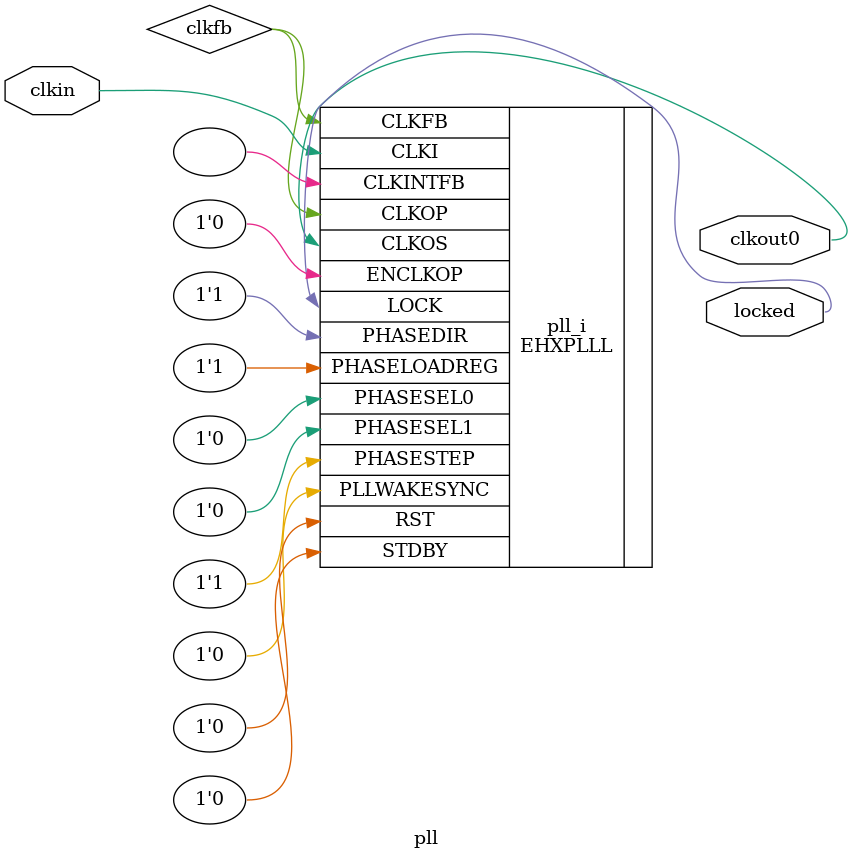
<source format=v>
module pll
(
    input clkin, // 25 MHz, 0 deg
    output clkout0, // 24 MHz, 0 deg
    output locked
);
wire clkfb;
(* FREQUENCY_PIN_CLKI="25" *)
(* FREQUENCY_PIN_CLKOS="24" *)
(* ICP_CURRENT="12" *) (* LPF_RESISTOR="8" *) (* MFG_ENABLE_FILTEROPAMP="1" *) (* MFG_GMCREF_SEL="2" *)
EHXPLLL #(
        .PLLRST_ENA("DISABLED"),
        .INTFB_WAKE("DISABLED"),
        .STDBY_ENABLE("DISABLED"),
        .DPHASE_SOURCE("DISABLED"),
        .OUTDIVIDER_MUXA("DIVA"),
        .OUTDIVIDER_MUXB("DIVB"),
        .OUTDIVIDER_MUXC("DIVC"),
        .OUTDIVIDER_MUXD("DIVD"),
        .CLKI_DIV(1),
        .CLKOP_ENABLE("ENABLED"),
        .CLKOP_DIV(24),
        .CLKOP_CPHASE(9),
        .CLKOP_FPHASE(0),
        .CLKOS_ENABLE("ENABLED"),
        .CLKOS_DIV(25),
        .CLKOS_CPHASE(0),
        .CLKOS_FPHASE(0),
        .FEEDBK_PATH("CLKOP"),
        .CLKFB_DIV(1)
    ) pll_i (
        .RST(1'b0),
        .STDBY(1'b0),
        .CLKI(clkin),
        .CLKOP(clkfb),
        .CLKOS(clkout0),
        .CLKFB(clkfb),
        .CLKINTFB(),
        .PHASESEL0(1'b0),
        .PHASESEL1(1'b0),
        .PHASEDIR(1'b1),
        .PHASESTEP(1'b1),
        .PHASELOADREG(1'b1),
        .PLLWAKESYNC(1'b0),
        .ENCLKOP(1'b0),
        .LOCK(locked)
	);
endmodule

</source>
